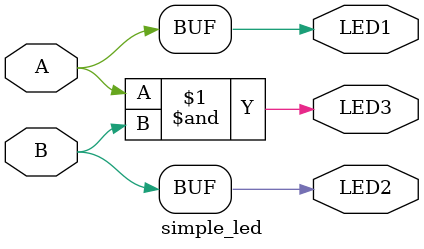
<source format=v>
`timescale 1ns / 1ps


module simple_led(
    input A,
    input B,
    output LED1,
    output LED2,
    output LED3
    );
    
    assign LED1 = A;
    assign LED2 = B;
    assign LED3 = A & B;
    
endmodule

</source>
